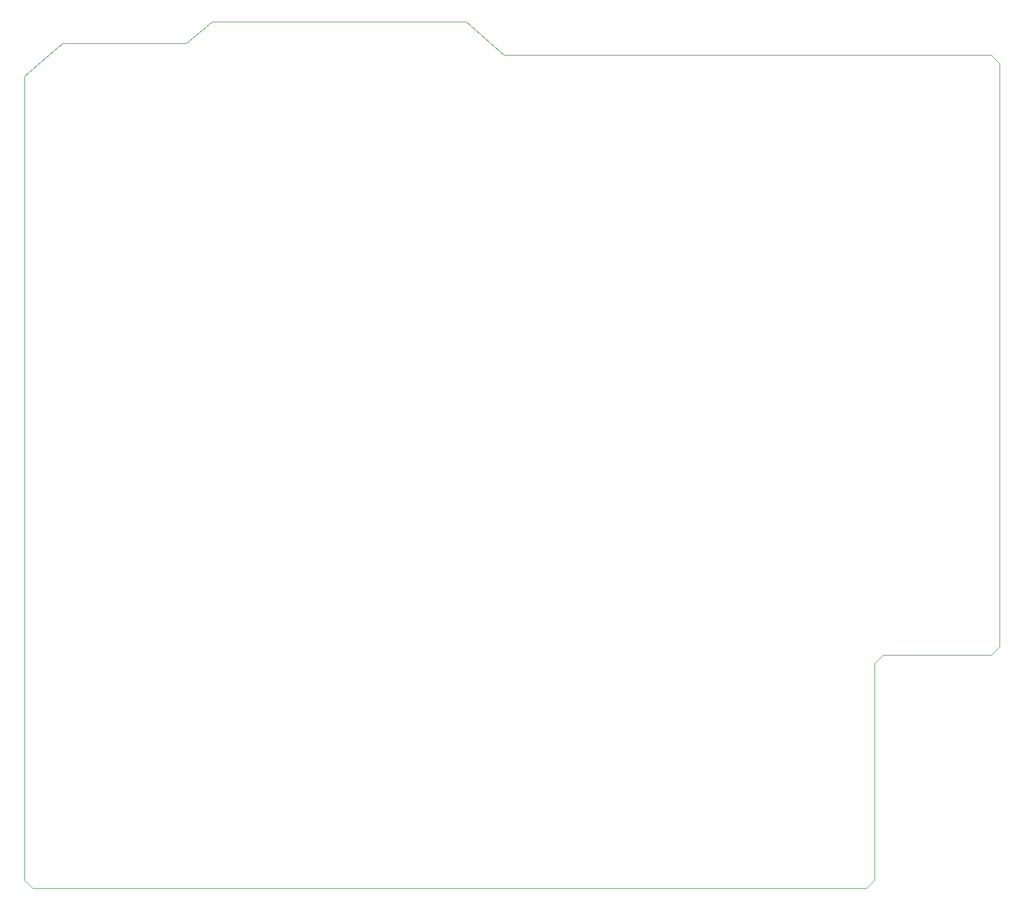
<source format=gbr>
%TF.GenerationSoftware,KiCad,Pcbnew,7.0.5*%
%TF.CreationDate,2023-08-28T12:49:26-05:00*%
%TF.ProjectId,Esquema_CBX_Rex,45737175-656d-4615-9f43-42585f526578,rev?*%
%TF.SameCoordinates,Original*%
%TF.FileFunction,Profile,NP*%
%FSLAX46Y46*%
G04 Gerber Fmt 4.6, Leading zero omitted, Abs format (unit mm)*
G04 Created by KiCad (PCBNEW 7.0.5) date 2023-08-28 12:49:26*
%MOMM*%
%LPD*%
G01*
G04 APERTURE LIST*
%TA.AperFunction,Profile*%
%ADD10C,0.050000*%
%TD*%
G04 APERTURE END LIST*
D10*
X205740000Y-123190000D02*
X189230000Y-123190000D01*
X186690000Y-158750000D02*
X187960000Y-157480000D01*
X59690000Y-158750000D02*
X186690000Y-158750000D01*
X64135000Y-30000000D02*
X58420000Y-35000000D01*
X83000000Y-30000000D02*
X86995000Y-26670000D01*
X187960000Y-157480000D02*
X187960000Y-124460000D01*
X125730000Y-26670000D02*
X131445000Y-31750000D01*
X58420000Y-157480000D02*
X59690000Y-158750000D01*
X88265000Y-26670000D02*
X86995000Y-26670000D01*
X131445000Y-31750000D02*
X205740000Y-31750000D01*
X207010000Y-121920000D02*
X207010000Y-33020000D01*
X58420000Y-35000000D02*
X58420000Y-44450000D01*
X69850000Y-30000000D02*
X83000000Y-30000000D01*
X69850000Y-30000000D02*
X64135000Y-30000000D01*
X207010000Y-121920000D02*
X205740000Y-123190000D01*
X102870000Y-26670000D02*
X88265000Y-26670000D01*
X205740000Y-31750000D02*
X207010000Y-33020000D01*
X102870000Y-26670000D02*
X125730000Y-26670000D01*
X189230000Y-123190000D02*
X187960000Y-124460000D01*
X58420000Y-44450000D02*
X58420000Y-157480000D01*
M02*

</source>
